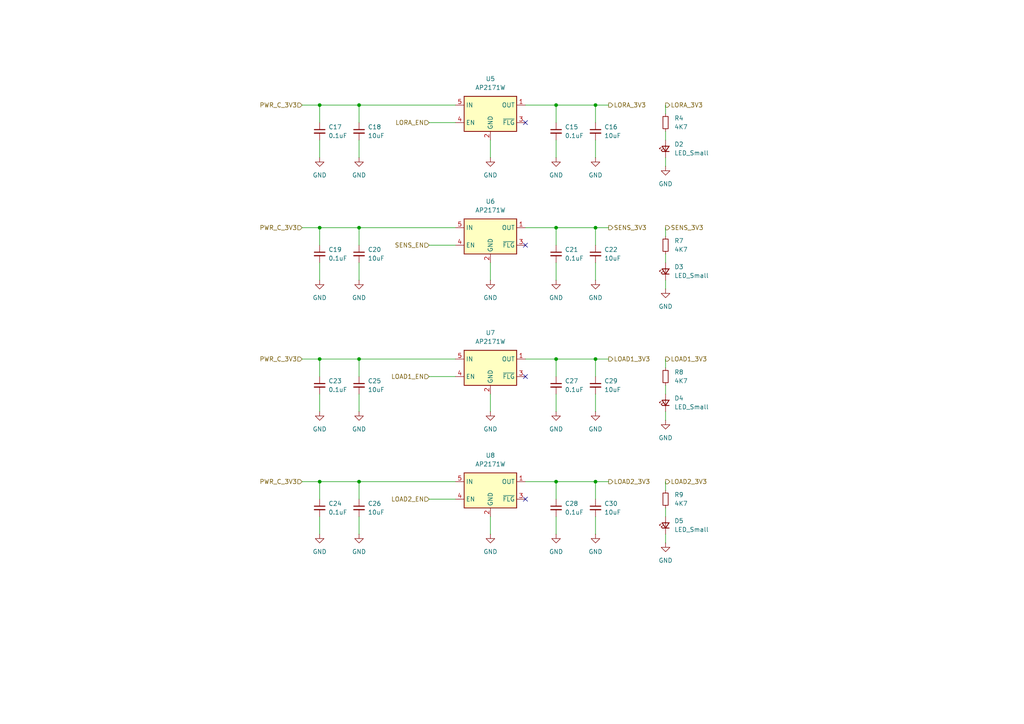
<source format=kicad_sch>
(kicad_sch (version 20231120) (generator "eeschema") (generator_version "8.0")
  (paper "A4")
  (lib_symbols
    (symbol "Device:C_Small" (pin_numbers hide) (pin_names (offset 0.254) hide)
      (property "Reference" "C" (at 0.254 1.778 0))
      (property "Value" "C_Small" (at 0.254 -2.032 0))
      (symbol "C_Small_0_1"
        (polyline (pts (xy -1.524 -0.508) (xy 1.524 -0.508)) (stroke (width 0.3302)))
        (polyline (pts (xy -1.524 0.508) (xy 1.524 0.508)) (stroke (width 0.3048)))
      )
      (symbol "C_Small_1_1"
        (pin passive line (at 0 2.54 270) (length 2.032) (name "~") (number "1"))
        (pin passive line (at 0 -2.54 90) (length 2.032) (name "~") (number "2"))
      )
    )
    (symbol "Device:LED_Small" (pin_numbers hide) (pin_names (offset 0.254) hide)
      (property "Reference" "D" (at -1.27 3.175 0))
      (property "Value" "LED_Small" (at -4.445 -2.54 0))
      (symbol "LED_Small_0_1"
        (polyline (pts (xy -0.762 -1.016) (xy -0.762 1.016)) (stroke (width 0.254)))
        (polyline (pts (xy 1.016 0) (xy -0.762 0)))
        (polyline (pts (xy 0.762 -1.016) (xy -0.762 0) (xy 0.762 1.016) (xy 0.762 -1.016)) (stroke (width 0.254)))
        (polyline (pts (xy 0 0.762) (xy -0.508 1.27) (xy -0.254 1.27) (xy -0.508 1.27) (xy -0.508 1.016)))
        (polyline (pts (xy 0.508 1.27) (xy 0 1.778) (xy 0.254 1.778) (xy 0 1.778) (xy 0 1.524)))
      )
      (symbol "LED_Small_1_1"
        (pin passive line (at -2.54 0 0) (length 1.778) (name "K") (number "1"))
        (pin passive line (at 2.54 0 180) (length 1.778) (name "A") (number "2"))
      )
    )
    (symbol "Device:R_Small" (pin_numbers hide) (pin_names (offset 0.254) hide)
      (property "Reference" "R" (at 0.762 0.508 0))
      (property "Value" "R_Small" (at 0.762 -1.016 0))
      (symbol "R_Small_0_1"
        (rectangle (start -0.762 1.778) (end 0.762 -1.778) (stroke (width 0.2032)))
      )
      (symbol "R_Small_1_1"
        (pin passive line (at 0 2.54 270) (length 0.762) (name "~") (number "1"))
        (pin passive line (at 0 -2.54 90) (length 0.762) (name "~") (number "2"))
      )
    )
    (symbol "Power_Management:AP2171W"
      (property "Reference" "U" (at -7.62 -6.35 0))
      (property "Value" "AP2171W" (at -7.62 6.35 0))
      (symbol "AP2171W_0_1"
        (rectangle (start -7.62 5.08) (end 7.62 -5.08) (stroke (width 0.254)) (fill (type background)))
      )
      (symbol "AP2171W_1_1"
        (pin power_out line (at 10.16 2.54 180) (length 2.54) (name "OUT") (number "1"))
        (pin power_in line (at 0 -7.62 90) (length 2.54) (name "GND") (number "2"))
        (pin open_collector line (at 10.16 -2.54 180) (length 2.54) (name "~{FLG}") (number "3"))
        (pin input line (at -10.16 -2.54 0) (length 2.54) (name "EN") (number "4"))
        (pin power_in line (at -10.16 2.54 0) (length 2.54) (name "IN") (number "5"))
      )
    )
    (symbol "power:GND" (power) (pin_numbers hide) (pin_names (offset 0) hide)
      (property "Value" "GND" (at 0 -3.81 0))
      (symbol "GND_0_1"
        (polyline (pts (xy 0 0) (xy 0 -1.27) (xy 1.27 -1.27) (xy 0 -2.54) (xy -1.27 -1.27) (xy 0 -1.27)))
      )
      (symbol "GND_1_1"
        (pin power_in line (at 0 0 270) (length 0) (name "~") (number "1"))
      )
    )
  )
  (junction (at 172.72 139.7))
  (junction (at 172.72 30.48))
  (junction (at 104.14 139.7))
  (junction (at 104.14 104.14))
  (junction (at 161.29 139.7))
  (junction (at 92.71 139.7))
  (junction (at 92.71 104.14))
  (junction (at 161.29 30.48))
  (junction (at 161.29 66.04))
  (junction (at 161.29 104.14))
  (junction (at 172.72 66.04))
  (junction (at 172.72 104.14))
  (junction (at 92.71 30.48))
  (junction (at 104.14 66.04))
  (junction (at 92.71 66.04))
  (junction (at 104.14 30.48))
  (no_connect (at 152.4 71.12))
  (no_connect (at 152.4 109.22))
  (no_connect (at 152.4 144.78))
  (no_connect (at 152.4 35.56))
  (wire (pts (xy 172.72 66.04) (xy 176.53 66.04)))
  (wire (pts (xy 104.14 66.04) (xy 132.08 66.04)))
  (wire (pts (xy 193.04 119.38) (xy 193.04 121.92)))
  (wire (pts (xy 193.04 139.7) (xy 193.04 142.24)))
  (wire (pts (xy 161.29 40.64) (xy 161.29 45.72)))
  (wire (pts (xy 193.04 38.1) (xy 193.04 40.64)))
  (wire (pts (xy 172.72 139.7) (xy 176.53 139.7)))
  (wire (pts (xy 152.4 66.04) (xy 161.29 66.04)))
  (wire (pts (xy 92.71 40.64) (xy 92.71 45.72)))
  (wire (pts (xy 92.71 30.48) (xy 92.71 35.56)))
  (wire (pts (xy 92.71 114.3) (xy 92.71 119.38)))
  (wire (pts (xy 193.04 66.04) (xy 193.04 68.58)))
  (wire (pts (xy 193.04 30.48) (xy 193.04 33.02)))
  (wire (pts (xy 87.63 139.7) (xy 92.71 139.7)))
  (wire (pts (xy 172.72 30.48) (xy 172.72 35.56)))
  (wire (pts (xy 172.72 149.86) (xy 172.72 154.94)))
  (wire (pts (xy 172.72 30.48) (xy 176.53 30.48)))
  (wire (pts (xy 161.29 104.14) (xy 172.72 104.14)))
  (wire (pts (xy 172.72 76.2) (xy 172.72 81.28)))
  (wire (pts (xy 161.29 66.04) (xy 161.29 71.12)))
  (wire (pts (xy 161.29 104.14) (xy 161.29 109.22)))
  (wire (pts (xy 104.14 40.64) (xy 104.14 45.72)))
  (wire (pts (xy 161.29 76.2) (xy 161.29 81.28)))
  (wire (pts (xy 172.72 104.14) (xy 176.53 104.14)))
  (wire (pts (xy 104.14 114.3) (xy 104.14 119.38)))
  (wire (pts (xy 92.71 149.86) (xy 92.71 154.94)))
  (wire (pts (xy 142.24 114.3) (xy 142.24 119.38)))
  (wire (pts (xy 124.46 71.12) (xy 132.08 71.12)))
  (wire (pts (xy 104.14 30.48) (xy 132.08 30.48)))
  (wire (pts (xy 92.71 139.7) (xy 104.14 139.7)))
  (wire (pts (xy 92.71 104.14) (xy 92.71 109.22)))
  (wire (pts (xy 152.4 104.14) (xy 161.29 104.14)))
  (wire (pts (xy 87.63 104.14) (xy 92.71 104.14)))
  (wire (pts (xy 172.72 114.3) (xy 172.72 119.38)))
  (wire (pts (xy 193.04 104.14) (xy 193.04 106.68)))
  (wire (pts (xy 104.14 149.86) (xy 104.14 154.94)))
  (wire (pts (xy 161.29 149.86) (xy 161.29 154.94)))
  (wire (pts (xy 172.72 139.7) (xy 172.72 144.78)))
  (wire (pts (xy 172.72 40.64) (xy 172.72 45.72)))
  (wire (pts (xy 87.63 30.48) (xy 92.71 30.48)))
  (wire (pts (xy 92.71 66.04) (xy 104.14 66.04)))
  (wire (pts (xy 142.24 40.64) (xy 142.24 45.72)))
  (wire (pts (xy 104.14 139.7) (xy 132.08 139.7)))
  (wire (pts (xy 104.14 76.2) (xy 104.14 81.28)))
  (wire (pts (xy 92.71 30.48) (xy 104.14 30.48)))
  (wire (pts (xy 161.29 30.48) (xy 161.29 35.56)))
  (wire (pts (xy 142.24 76.2) (xy 142.24 81.28)))
  (wire (pts (xy 87.63 66.04) (xy 92.71 66.04)))
  (wire (pts (xy 152.4 30.48) (xy 161.29 30.48)))
  (wire (pts (xy 104.14 139.7) (xy 104.14 144.78)))
  (wire (pts (xy 124.46 109.22) (xy 132.08 109.22)))
  (wire (pts (xy 193.04 73.66) (xy 193.04 76.2)))
  (wire (pts (xy 193.04 81.28) (xy 193.04 83.82)))
  (wire (pts (xy 104.14 104.14) (xy 132.08 104.14)))
  (wire (pts (xy 161.29 114.3) (xy 161.29 119.38)))
  (wire (pts (xy 161.29 139.7) (xy 172.72 139.7)))
  (wire (pts (xy 161.29 139.7) (xy 161.29 144.78)))
  (wire (pts (xy 142.24 149.86) (xy 142.24 154.94)))
  (wire (pts (xy 104.14 30.48) (xy 104.14 35.56)))
  (wire (pts (xy 92.71 66.04) (xy 92.71 71.12)))
  (wire (pts (xy 161.29 30.48) (xy 172.72 30.48)))
  (wire (pts (xy 92.71 104.14) (xy 104.14 104.14)))
  (wire (pts (xy 124.46 144.78) (xy 132.08 144.78)))
  (wire (pts (xy 104.14 104.14) (xy 104.14 109.22)))
  (wire (pts (xy 92.71 76.2) (xy 92.71 81.28)))
  (wire (pts (xy 193.04 147.32) (xy 193.04 149.86)))
  (wire (pts (xy 172.72 66.04) (xy 172.72 71.12)))
  (wire (pts (xy 193.04 154.94) (xy 193.04 157.48)))
  (wire (pts (xy 172.72 104.14) (xy 172.72 109.22)))
  (wire (pts (xy 161.29 66.04) (xy 172.72 66.04)))
  (wire (pts (xy 124.46 35.56) (xy 132.08 35.56)))
  (wire (pts (xy 193.04 45.72) (xy 193.04 48.26)))
  (wire (pts (xy 152.4 139.7) (xy 161.29 139.7)))
  (wire (pts (xy 193.04 111.76) (xy 193.04 114.3)))
  (wire (pts (xy 92.71 139.7) (xy 92.71 144.78)))
  (wire (pts (xy 104.14 66.04) (xy 104.14 71.12)))
  (hierarchical_label "SENS_EN" (shape input) (at 124.46 71.12 180))
  (hierarchical_label "SENS_3V3" (shape output) (at 176.53 66.04 0))
  (hierarchical_label "PWR_C_3V3" (shape input) (at 87.63 30.48 180))
  (hierarchical_label "SENS_3V3" (shape output) (at 193.04 66.04 0))
  (hierarchical_label "LOAD1_EN" (shape input) (at 124.46 109.22 180))
  (hierarchical_label "PWR_C_3V3" (shape input) (at 87.63 104.14 180))
  (hierarchical_label "PWR_C_3V3" (shape input) (at 87.63 66.04 180))
  (hierarchical_label "LOAD2_3V3" (shape output) (at 176.53 139.7 0))
  (hierarchical_label "LORA_3V3" (shape output) (at 193.04 30.48 0))
  (hierarchical_label "LOAD1_3V3" (shape output) (at 193.04 104.14 0))
  (hierarchical_label "LORA_3V3" (shape output) (at 176.53 30.48 0))
  (hierarchical_label "LOAD2_3V3" (shape output) (at 193.04 139.7 0))
  (hierarchical_label "LOAD1_3V3" (shape output) (at 176.53 104.14 0))
  (hierarchical_label "LOAD2_EN" (shape input) (at 124.46 144.78 180))
  (hierarchical_label "LORA_EN" (shape input) (at 124.46 35.56 180))
  (hierarchical_label "PWR_C_3V3" (shape input) (at 87.63 139.7 180))
  (symbol (lib_id "Device:LED_Small") (at 193.04 43.18 90) (unit 1)
    (property "Reference" "D2" (at 195.58 41.8464 90) (effects (justify right)))
    (property "Value" "LED_Small" (at 195.58 44.3864 90) (effects (justify right)))
    (property "Description" "Light emitting diode, small symbol" (effects (hide yes)))
  )
  (symbol (lib_id "Device:C_Small") (at 161.29 147.32 0) (unit 1)
    (property "Reference" "C28" (at 163.83 146.0562 0) (effects (justify left)))
    (property "Value" "0.1uF" (at 163.83 148.5962 0) (effects (justify left)))
    (property "Description" "Unpolarized capacitor, small symbol" (effects (hide yes)))
  )
  (symbol (lib_id "Device:C_Small") (at 161.29 73.66 0) (unit 1)
    (property "Reference" "C21" (at 163.83 72.3962 0) (effects (justify left)))
    (property "Value" "0.1uF" (at 163.83 74.9362 0) (effects (justify left)))
    (property "Description" "Unpolarized capacitor, small symbol" (effects (hide yes)))
  )
  (symbol (lib_id "Power_Management:AP2171W") (at 142.24 142.24 0) (unit 1)
    (property "Reference" "U8" (at 142.24 132.08 0))
    (property "Value" "AP2171W" (at 142.24 134.62 0))
    (property "Footprint" "Package_TO_SOT_SMD:SOT-23-5" (effects (hide yes)))
    (property "Datasheet" "https://www.diodes.com/assets/Datasheets/AP2161.pdf" (effects (hide yes)))
    (property "Description" "Current limited power switch, single channel, SOT-23-5" (effects (hide yes)))
  )
  (symbol (lib_id "power:GND") (at 142.24 81.28 0) (unit 1)
    (property "Reference" "#PWR028" (effects (hide yes)))
    (property "Value" "GND" (at 142.24 86.36 0))
    (property "Description" "Power symbol creates a global label with name \"GND\" , ground" (effects (hide yes)))
  )
  (symbol (lib_id "Device:R_Small") (at 193.04 144.78 0) (unit 1)
    (property "Reference" "R9" (at 195.58 143.5099 0) (effects (justify left)))
    (property "Value" "4K7" (at 195.58 146.0499 0) (effects (justify left)))
    (property "Description" "Resistor, small symbol" (effects (hide yes)))
  )
  (symbol (lib_id "power:GND") (at 193.04 121.92 0) (unit 1)
    (property "Reference" "#PWR052" (effects (hide yes)))
    (property "Value" "GND" (at 193.04 127 0))
    (property "Description" "Power symbol creates a global label with name \"GND\" , ground" (effects (hide yes)))
  )
  (symbol (lib_id "Device:C_Small") (at 104.14 111.76 0) (unit 1)
    (property "Reference" "C25" (at 106.68 110.4962 0) (effects (justify left)))
    (property "Value" "10uF" (at 106.68 113.0362 0) (effects (justify left)))
    (property "Description" "Unpolarized capacitor, small symbol" (effects (hide yes)))
  )
  (symbol (lib_id "power:GND") (at 92.71 154.94 0) (unit 1)
    (property "Reference" "#PWR032" (effects (hide yes)))
    (property "Value" "GND" (at 92.71 160.02 0))
    (property "Description" "Power symbol creates a global label with name \"GND\" , ground" (effects (hide yes)))
  )
  (symbol (lib_id "power:GND") (at 104.14 119.38 0) (unit 1)
    (property "Reference" "#PWR033" (effects (hide yes)))
    (property "Value" "GND" (at 104.14 124.46 0))
    (property "Description" "Power symbol creates a global label with name \"GND\" , ground" (effects (hide yes)))
  )
  (symbol (lib_id "power:GND") (at 172.72 81.28 0) (unit 1)
    (property "Reference" "#PWR030" (effects (hide yes)))
    (property "Value" "GND" (at 172.72 86.36 0))
    (property "Description" "Power symbol creates a global label with name \"GND\" , ground" (effects (hide yes)))
  )
  (symbol (lib_id "power:GND") (at 92.71 119.38 0) (unit 1)
    (property "Reference" "#PWR031" (effects (hide yes)))
    (property "Value" "GND" (at 92.71 124.46 0))
    (property "Description" "Power symbol creates a global label with name \"GND\" , ground" (effects (hide yes)))
  )
  (symbol (lib_id "Power_Management:AP2171W") (at 142.24 68.58 0) (unit 1)
    (property "Reference" "U6" (at 142.24 58.42 0))
    (property "Value" "AP2171W" (at 142.24 60.96 0))
    (property "Footprint" "Package_TO_SOT_SMD:SOT-23-5" (effects (hide yes)))
    (property "Datasheet" "https://www.diodes.com/assets/Datasheets/AP2161.pdf" (effects (hide yes)))
    (property "Description" "Current limited power switch, single channel, SOT-23-5" (effects (hide yes)))
  )
  (symbol (lib_id "Device:R_Small") (at 193.04 71.12 0) (unit 1)
    (property "Reference" "R7" (at 195.58 69.8499 0) (effects (justify left)))
    (property "Value" "4K7" (at 195.58 72.3899 0) (effects (justify left)))
    (property "Description" "Resistor, small symbol" (effects (hide yes)))
  )
  (symbol (lib_id "power:GND") (at 172.72 154.94 0) (unit 1)
    (property "Reference" "#PWR040" (effects (hide yes)))
    (property "Value" "GND" (at 172.72 160.02 0))
    (property "Description" "Power symbol creates a global label with name \"GND\" , ground" (effects (hide yes)))
  )
  (symbol (lib_id "power:GND") (at 193.04 83.82 0) (unit 1)
    (property "Reference" "#PWR051" (effects (hide yes)))
    (property "Value" "GND" (at 193.04 88.9 0))
    (property "Description" "Power symbol creates a global label with name \"GND\" , ground" (effects (hide yes)))
  )
  (symbol (lib_id "power:GND") (at 161.29 81.28 0) (unit 1)
    (property "Reference" "#PWR029" (effects (hide yes)))
    (property "Value" "GND" (at 161.29 86.36 0))
    (property "Description" "Power symbol creates a global label with name \"GND\" , ground" (effects (hide yes)))
  )
  (symbol (lib_id "power:GND") (at 104.14 81.28 0) (unit 1)
    (property "Reference" "#PWR027" (effects (hide yes)))
    (property "Value" "GND" (at 104.14 86.36 0))
    (property "Description" "Power symbol creates a global label with name \"GND\" , ground" (effects (hide yes)))
  )
  (symbol (lib_id "power:GND") (at 193.04 48.26 0) (unit 1)
    (property "Reference" "#PWR01" (effects (hide yes)))
    (property "Value" "GND" (at 193.04 53.34 0))
    (property "Description" "Power symbol creates a global label with name \"GND\" , ground" (effects (hide yes)))
  )
  (symbol (lib_id "power:GND") (at 142.24 119.38 0) (unit 1)
    (property "Reference" "#PWR035" (effects (hide yes)))
    (property "Value" "GND" (at 142.24 124.46 0))
    (property "Description" "Power symbol creates a global label with name \"GND\" , ground" (effects (hide yes)))
  )
  (symbol (lib_id "power:GND") (at 104.14 45.72 0) (unit 1)
    (property "Reference" "#PWR025" (effects (hide yes)))
    (property "Value" "GND" (at 104.14 50.8 0))
    (property "Description" "Power symbol creates a global label with name \"GND\" , ground" (effects (hide yes)))
  )
  (symbol (lib_id "Device:C_Small") (at 104.14 147.32 0) (unit 1)
    (property "Reference" "C26" (at 106.68 146.0562 0) (effects (justify left)))
    (property "Value" "10uF" (at 106.68 148.5962 0) (effects (justify left)))
    (property "Description" "Unpolarized capacitor, small symbol" (effects (hide yes)))
  )
  (symbol (lib_id "power:GND") (at 92.71 81.28 0) (unit 1)
    (property "Reference" "#PWR026" (effects (hide yes)))
    (property "Value" "GND" (at 92.71 86.36 0))
    (property "Description" "Power symbol creates a global label with name \"GND\" , ground" (effects (hide yes)))
  )
  (symbol (lib_id "Device:C_Small") (at 104.14 38.1 0) (unit 1)
    (property "Reference" "C18" (at 106.68 36.8362 0) (effects (justify left)))
    (property "Value" "10uF" (at 106.68 39.3762 0) (effects (justify left)))
    (property "Description" "Unpolarized capacitor, small symbol" (effects (hide yes)))
  )
  (symbol (lib_id "Power_Management:AP2171W") (at 142.24 33.02 0) (unit 1)
    (property "Reference" "U5" (at 142.24 22.86 0))
    (property "Value" "AP2171W" (at 142.24 25.4 0))
    (property "Footprint" "Package_TO_SOT_SMD:SOT-23-5" (effects (hide yes)))
    (property "Datasheet" "https://www.diodes.com/assets/Datasheets/AP2161.pdf" (effects (hide yes)))
    (property "Description" "Current limited power switch, single channel, SOT-23-5" (effects (hide yes)))
  )
  (symbol (lib_id "Device:LED_Small") (at 193.04 152.4 90) (unit 1)
    (property "Reference" "D5" (at 195.58 151.0664 90) (effects (justify right)))
    (property "Value" "LED_Small" (at 195.58 153.6064 90) (effects (justify right)))
    (property "Description" "Light emitting diode, small symbol" (effects (hide yes)))
  )
  (symbol (lib_id "Device:R_Small") (at 193.04 109.22 0) (unit 1)
    (property "Reference" "R8" (at 195.58 107.9499 0) (effects (justify left)))
    (property "Value" "4K7" (at 195.58 110.4899 0) (effects (justify left)))
    (property "Description" "Resistor, small symbol" (effects (hide yes)))
  )
  (symbol (lib_id "Device:C_Small") (at 161.29 38.1 0) (unit 1)
    (property "Reference" "C15" (at 163.83 36.8362 0) (effects (justify left)))
    (property "Value" "0.1uF" (at 163.83 39.3762 0) (effects (justify left)))
    (property "Description" "Unpolarized capacitor, small symbol" (effects (hide yes)))
  )
  (symbol (lib_id "power:GND") (at 193.04 157.48 0) (unit 1)
    (property "Reference" "#PWR053" (effects (hide yes)))
    (property "Value" "GND" (at 193.04 162.56 0))
    (property "Description" "Power symbol creates a global label with name \"GND\" , ground" (effects (hide yes)))
  )
  (symbol (lib_id "power:GND") (at 142.24 154.94 0) (unit 1)
    (property "Reference" "#PWR036" (effects (hide yes)))
    (property "Value" "GND" (at 142.24 160.02 0))
    (property "Description" "Power symbol creates a global label with name \"GND\" , ground" (effects (hide yes)))
  )
  (symbol (lib_id "Device:C_Small") (at 92.71 111.76 0) (unit 1)
    (property "Reference" "C23" (at 95.25 110.4962 0) (effects (justify left)))
    (property "Value" "0.1uF" (at 95.25 113.0362 0) (effects (justify left)))
    (property "Description" "Unpolarized capacitor, small symbol" (effects (hide yes)))
  )
  (symbol (lib_id "power:GND") (at 104.14 154.94 0) (unit 1)
    (property "Reference" "#PWR034" (effects (hide yes)))
    (property "Value" "GND" (at 104.14 160.02 0))
    (property "Description" "Power symbol creates a global label with name \"GND\" , ground" (effects (hide yes)))
  )
  (symbol (lib_id "power:GND") (at 161.29 45.72 0) (unit 1)
    (property "Reference" "#PWR017" (effects (hide yes)))
    (property "Value" "GND" (at 161.29 50.8 0))
    (property "Description" "Power symbol creates a global label with name \"GND\" , ground" (effects (hide yes)))
  )
  (symbol (lib_id "Device:LED_Small") (at 193.04 78.74 90) (unit 1)
    (property "Reference" "D3" (at 195.58 77.4064 90) (effects (justify right)))
    (property "Value" "LED_Small" (at 195.58 79.9464 90) (effects (justify right)))
    (property "Description" "Light emitting diode, small symbol" (effects (hide yes)))
  )
  (symbol (lib_id "power:GND") (at 161.29 119.38 0) (unit 1)
    (property "Reference" "#PWR037" (effects (hide yes)))
    (property "Value" "GND" (at 161.29 124.46 0))
    (property "Description" "Power symbol creates a global label with name \"GND\" , ground" (effects (hide yes)))
  )
  (symbol (lib_id "Device:C_Small") (at 92.71 73.66 0) (unit 1)
    (property "Reference" "C19" (at 95.25 72.3962 0) (effects (justify left)))
    (property "Value" "0.1uF" (at 95.25 74.9362 0) (effects (justify left)))
    (property "Description" "Unpolarized capacitor, small symbol" (effects (hide yes)))
  )
  (symbol (lib_id "Device:C_Small") (at 92.71 38.1 0) (unit 1)
    (property "Reference" "C17" (at 95.25 36.8362 0) (effects (justify left)))
    (property "Value" "0.1uF" (at 95.25 39.3762 0) (effects (justify left)))
    (property "Description" "Unpolarized capacitor, small symbol" (effects (hide yes)))
  )
  (symbol (lib_id "power:GND") (at 142.24 45.72 0) (unit 1)
    (property "Reference" "#PWR023" (effects (hide yes)))
    (property "Value" "GND" (at 142.24 50.8 0))
    (property "Description" "Power symbol creates a global label with name \"GND\" , ground" (effects (hide yes)))
  )
  (symbol (lib_id "Device:C_Small") (at 92.71 147.32 0) (unit 1)
    (property "Reference" "C24" (at 95.25 146.0562 0) (effects (justify left)))
    (property "Value" "0.1uF" (at 95.25 148.5962 0) (effects (justify left)))
    (property "Description" "Unpolarized capacitor, small symbol" (effects (hide yes)))
  )
  (symbol (lib_id "Device:R_Small") (at 193.04 35.56 0) (unit 1)
    (property "Reference" "R4" (at 195.58 34.2899 0) (effects (justify left)))
    (property "Value" "4K7" (at 195.58 36.8299 0) (effects (justify left)))
    (property "Description" "Resistor, small symbol" (effects (hide yes)))
  )
  (symbol (lib_id "power:GND") (at 172.72 45.72 0) (unit 1)
    (property "Reference" "#PWR022" (effects (hide yes)))
    (property "Value" "GND" (at 172.72 50.8 0))
    (property "Description" "Power symbol creates a global label with name \"GND\" , ground" (effects (hide yes)))
  )
  (symbol (lib_id "Power_Management:AP2171W") (at 142.24 106.68 0) (unit 1)
    (property "Reference" "U7" (at 142.24 96.52 0))
    (property "Value" "AP2171W" (at 142.24 99.06 0))
    (property "Footprint" "Package_TO_SOT_SMD:SOT-23-5" (effects (hide yes)))
    (property "Datasheet" "https://www.diodes.com/assets/Datasheets/AP2161.pdf" (effects (hide yes)))
    (property "Description" "Current limited power switch, single channel, SOT-23-5" (effects (hide yes)))
  )
  (symbol (lib_id "Device:C_Small") (at 172.72 38.1 0) (unit 1)
    (property "Reference" "C16" (at 175.26 36.8362 0) (effects (justify left)))
    (property "Value" "10uF" (at 175.26 39.3762 0) (effects (justify left)))
    (property "Description" "Unpolarized capacitor, small symbol" (effects (hide yes)))
  )
  (symbol (lib_id "Device:C_Small") (at 172.72 111.76 0) (unit 1)
    (property "Reference" "C29" (at 175.26 110.4962 0) (effects (justify left)))
    (property "Value" "10uF" (at 175.26 113.0362 0) (effects (justify left)))
    (property "Description" "Unpolarized capacitor, small symbol" (effects (hide yes)))
  )
  (symbol (lib_id "Device:C_Small") (at 161.29 111.76 0) (unit 1)
    (property "Reference" "C27" (at 163.83 110.4962 0) (effects (justify left)))
    (property "Value" "0.1uF" (at 163.83 113.0362 0) (effects (justify left)))
    (property "Description" "Unpolarized capacitor, small symbol" (effects (hide yes)))
  )
  (symbol (lib_id "power:GND") (at 172.72 119.38 0) (unit 1)
    (property "Reference" "#PWR039" (effects (hide yes)))
    (property "Value" "GND" (at 172.72 124.46 0))
    (property "Description" "Power symbol creates a global label with name \"GND\" , ground" (effects (hide yes)))
  )
  (symbol (lib_id "Device:C_Small") (at 104.14 73.66 0) (unit 1)
    (property "Reference" "C20" (at 106.68 72.3962 0) (effects (justify left)))
    (property "Value" "10uF" (at 106.68 74.9362 0) (effects (justify left)))
    (property "Description" "Unpolarized capacitor, small symbol" (effects (hide yes)))
  )
  (symbol (lib_id "power:GND") (at 92.71 45.72 0) (unit 1)
    (property "Reference" "#PWR024" (effects (hide yes)))
    (property "Value" "GND" (at 92.71 50.8 0))
    (property "Description" "Power symbol creates a global label with name \"GND\" , ground" (effects (hide yes)))
  )
  (symbol (lib_id "power:GND") (at 161.29 154.94 0) (unit 1)
    (property "Reference" "#PWR038" (effects (hide yes)))
    (property "Value" "GND" (at 161.29 160.02 0))
    (property "Description" "Power symbol creates a global label with name \"GND\" , ground" (effects (hide yes)))
  )
  (symbol (lib_id "Device:C_Small") (at 172.72 147.32 0) (unit 1)
    (property "Reference" "C30" (at 175.26 146.0562 0) (effects (justify left)))
    (property "Value" "10uF" (at 175.26 148.5962 0) (effects (justify left)))
    (property "Description" "Unpolarized capacitor, small symbol" (effects (hide yes)))
  )
  (symbol (lib_id "Device:LED_Small") (at 193.04 116.84 90) (unit 1)
    (property "Reference" "D4" (at 195.58 115.5064 90) (effects (justify right)))
    (property "Value" "LED_Small" (at 195.58 118.0464 90) (effects (justify right)))
    (property "Description" "Light emitting diode, small symbol" (effects (hide yes)))
  )
  (symbol (lib_id "Device:C_Small") (at 172.72 73.66 0) (unit 1)
    (property "Reference" "C22" (at 175.26 72.3962 0) (effects (justify left)))
    (property "Value" "10uF" (at 175.26 74.9362 0) (effects (justify left)))
    (property "Description" "Unpolarized capacitor, small symbol" (effects (hide yes)))
  )
)
</source>
